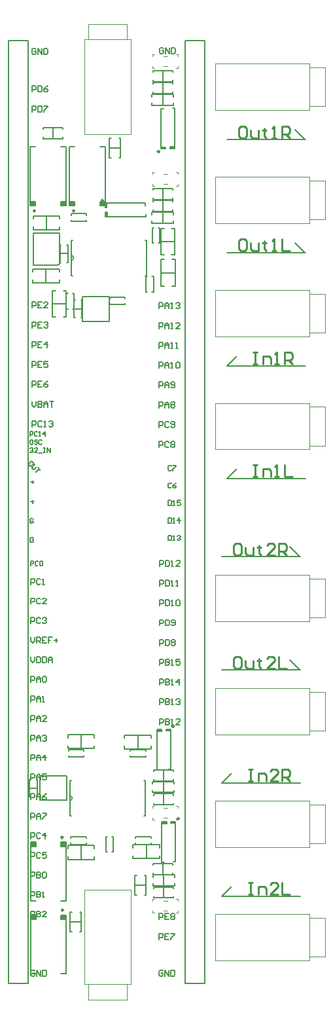
<source format=gto>
G04*
G04 #@! TF.GenerationSoftware,Altium Limited,Altium Designer,21.8.1 (53)*
G04*
G04 Layer_Color=65535*
%FSLAX25Y25*%
%MOIN*%
G70*
G04*
G04 #@! TF.SameCoordinates,F5C5D764-6AA7-4F14-928A-87DEF657E23D*
G04*
G04*
G04 #@! TF.FilePolarity,Positive*
G04*
G01*
G75*
%ADD10C,0.00984*%
%ADD11C,0.00394*%
%ADD12C,0.00600*%
%ADD13C,0.00050*%
%ADD14C,0.00591*%
%ADD15C,0.00200*%
%ADD16C,0.00787*%
%ADD17C,0.01000*%
%ADD18R,0.02362X0.00591*%
%ADD19R,0.02362X0.00591*%
%ADD20R,0.02362X0.00591*%
%ADD21R,0.02657X0.02165*%
%ADD22R,0.00591X0.02362*%
D10*
X390717Y276962D02*
G03*
X390717Y276962I-492J0D01*
G01*
X388117Y323962D02*
G03*
X388117Y323962I-492J0D01*
G01*
X331680Y230510D02*
G03*
X331680Y230510I-492J0D01*
G01*
X352130Y591724D02*
G03*
X352130Y591724I-492J0D01*
G01*
X380768Y616638D02*
G03*
X380768Y616638I-492J0D01*
G01*
X317504Y586480D02*
G03*
X317504Y586480I-492J0D01*
G01*
X331580Y267529D02*
G03*
X331580Y267529I-492J0D01*
G01*
X337504Y586480D02*
G03*
X337504Y586480I-492J0D01*
G01*
D11*
X330318Y558239D02*
G03*
X330318Y558239I-197J0D01*
G01*
D12*
X335700Y561300D02*
G03*
X335700Y563700I0J1200D01*
G01*
X335000Y286200D02*
G03*
X335000Y288600I0J1200D01*
G01*
X412500Y237500D02*
X452500D01*
X412500D02*
X417500Y242500D01*
X412500Y295107D02*
X417500Y300107D01*
X412500Y295107D02*
X452500D01*
X412500Y352715D02*
X452500D01*
X412500Y410322D02*
X452500D01*
X447178Y415322D02*
X452178Y410322D01*
X447178Y357715D02*
X452178Y352715D01*
X449678Y570215D02*
X454678Y565215D01*
X449678Y627822D02*
X454678Y622822D01*
X415000Y622822D02*
X455000D01*
X415000Y565215D02*
X455000D01*
X415000Y507607D02*
X455000D01*
X415000D02*
X420000Y512607D01*
X415000Y450000D02*
X420000Y455000D01*
X415000Y450000D02*
X455000D01*
X335700Y553600D02*
X336400D01*
X335700D02*
Y561300D01*
Y563700D01*
Y571400D01*
X373600D02*
X374300D01*
Y553600D02*
Y571400D01*
X373600Y553600D02*
X374300D01*
X335700Y571400D02*
X336400D01*
X335000Y278500D02*
X335700D01*
X335000D02*
Y286200D01*
Y288600D01*
Y296300D01*
X372900D02*
X373600D01*
Y278500D02*
Y296300D01*
X372900Y278500D02*
X373600D01*
X335000Y296300D02*
X335700D01*
X393814Y673073D02*
X403814D01*
X393814D02*
X393814Y193073D01*
X403814D02*
X403814Y673073D01*
X393814Y193073D02*
X403814D01*
X303814Y673073D02*
X313814D01*
X303814D02*
X303814Y193073D01*
X313814D02*
X313814Y673073D01*
X303814Y193073D02*
X313814D01*
X315100Y405900D02*
Y408199D01*
X316250D01*
X316633Y407816D01*
Y407050D01*
X316250Y406666D01*
X315100D01*
X318932Y407816D02*
X318549Y408199D01*
X317782D01*
X317399Y407816D01*
Y406283D01*
X317782Y405900D01*
X318549D01*
X318932Y406283D01*
X319699Y407816D02*
X320082Y408199D01*
X320848D01*
X321231Y407816D01*
Y406283D01*
X320848Y405900D01*
X320082D01*
X319699Y406283D01*
Y407816D01*
X314700Y471781D02*
Y474081D01*
X315850D01*
X316233Y473698D01*
Y472931D01*
X315850Y472548D01*
X314700D01*
X318532Y473698D02*
X318149Y474081D01*
X317383D01*
X316999Y473698D01*
Y472165D01*
X317383Y471781D01*
X318149D01*
X318532Y472165D01*
X319299Y471781D02*
X320065D01*
X319682D01*
Y474081D01*
X319299Y473698D01*
X322364Y471781D02*
Y474081D01*
X321215Y472931D01*
X322747D01*
X315850Y469882D02*
X315083D01*
X314700Y469498D01*
Y467966D01*
X315083Y467582D01*
X315850D01*
X316233Y467966D01*
Y469498D01*
X315850Y469882D01*
X318532Y469498D02*
X318149Y469882D01*
X317383D01*
X316999Y469498D01*
Y469115D01*
X317383Y468732D01*
X318149D01*
X318532Y468349D01*
Y467966D01*
X318149Y467582D01*
X317383D01*
X316999Y467966D01*
X320831Y469498D02*
X320448Y469882D01*
X319682D01*
X319299Y469498D01*
Y467966D01*
X319682Y467582D01*
X320448D01*
X320831Y467966D01*
X314700Y465299D02*
X315083Y465683D01*
X315850D01*
X316233Y465299D01*
Y464916D01*
X315850Y464533D01*
X315466D01*
X315850D01*
X316233Y464150D01*
Y463766D01*
X315850Y463383D01*
X315083D01*
X314700Y463766D01*
X318532Y463383D02*
X316999D01*
X318532Y464916D01*
Y465299D01*
X318149Y465683D01*
X317383D01*
X316999Y465299D01*
X319299Y463000D02*
X320831D01*
X321598Y465683D02*
X322364D01*
X321981D01*
Y463383D01*
X321598D01*
X322364D01*
X323514D02*
Y465683D01*
X325047Y463383D01*
Y465683D01*
X380500Y225678D02*
Y228677D01*
X381999D01*
X382499Y228177D01*
Y227177D01*
X381999Y226677D01*
X380500D01*
X385498Y228677D02*
X383499D01*
Y225678D01*
X385498D01*
X383499Y227177D02*
X384499D01*
X386498Y228177D02*
X386998Y228677D01*
X387998D01*
X388497Y228177D01*
Y227677D01*
X387998Y227177D01*
X388497Y226677D01*
Y226178D01*
X387998Y225678D01*
X386998D01*
X386498Y226178D01*
Y226677D01*
X386998Y227177D01*
X386498Y227677D01*
Y228177D01*
X386998Y227177D02*
X387998D01*
X380500Y215600D02*
Y218599D01*
X381999D01*
X382499Y218099D01*
Y217099D01*
X381999Y216600D01*
X380500D01*
X385498Y218599D02*
X383499D01*
Y215600D01*
X385498D01*
X383499Y217099D02*
X384499D01*
X386498Y218599D02*
X388497D01*
Y218099D01*
X386498Y216100D01*
Y215600D01*
X316387Y458113D02*
X315845Y458655D01*
X315303D01*
X314219Y457571D01*
Y457029D01*
X314761Y456487D01*
X315303D01*
X316387Y457571D01*
Y458113D01*
X317200Y457300D02*
X315845Y455945D01*
Y455403D01*
X316387Y454861D01*
X316929D01*
X318284Y456216D01*
X318826Y455674D02*
X319910Y454590D01*
X319368Y455132D01*
X317742Y453506D01*
X316333Y429316D02*
X315950Y429699D01*
X315183D01*
X314800Y429316D01*
Y427783D01*
X315183Y427400D01*
X315950D01*
X316333Y427783D01*
Y428550D01*
X315566D01*
X315300Y448466D02*
X316833D01*
X316066Y449233D02*
Y447700D01*
X382599Y199299D02*
X382100Y199799D01*
X381100D01*
X380600Y199299D01*
Y197300D01*
X381100Y196800D01*
X382100D01*
X382599Y197300D01*
Y198300D01*
X381600D01*
X383599Y196800D02*
Y199799D01*
X385598Y196800D01*
Y199799D01*
X386598D02*
Y196800D01*
X388098D01*
X388597Y197300D01*
Y199299D01*
X388098Y199799D01*
X386598D01*
X386766Y456295D02*
X386350Y456711D01*
X385517D01*
X385100Y456295D01*
Y454629D01*
X385517Y454212D01*
X386350D01*
X386766Y454629D01*
X387599Y456711D02*
X389265D01*
Y456295D01*
X387599Y454629D01*
Y454212D01*
X386766Y447417D02*
X386350Y447833D01*
X385517D01*
X385100Y447417D01*
Y445751D01*
X385517Y445334D01*
X386350D01*
X386766Y445751D01*
X389265Y447833D02*
X388432Y447417D01*
X387599Y446584D01*
Y445751D01*
X388016Y445334D01*
X388849D01*
X389265Y445751D01*
Y446167D01*
X388849Y446584D01*
X387599D01*
X385100Y438955D02*
Y436456D01*
X386350D01*
X386766Y436873D01*
Y438539D01*
X386350Y438955D01*
X385100D01*
X387599Y436456D02*
X388432D01*
X388016D01*
Y438955D01*
X387599Y438539D01*
X391348Y438955D02*
X389682D01*
Y437706D01*
X390515Y438122D01*
X390931D01*
X391348Y437706D01*
Y436873D01*
X390931Y436456D01*
X390098D01*
X389682Y436873D01*
X385100Y430077D02*
Y427578D01*
X386350D01*
X386766Y427995D01*
Y429661D01*
X386350Y430077D01*
X385100D01*
X387599Y427578D02*
X388432D01*
X388016D01*
Y430077D01*
X387599Y429661D01*
X390931Y427578D02*
Y430077D01*
X389682Y428828D01*
X391348D01*
X385100Y421199D02*
Y418700D01*
X386350D01*
X386766Y419116D01*
Y420783D01*
X386350Y421199D01*
X385100D01*
X387599Y418700D02*
X388432D01*
X388016D01*
Y421199D01*
X387599Y420783D01*
X389682D02*
X390098Y421199D01*
X390931D01*
X391348Y420783D01*
Y420366D01*
X390931Y419950D01*
X390515D01*
X390931D01*
X391348Y419533D01*
Y419116D01*
X390931Y418700D01*
X390098D01*
X389682Y419116D01*
X315300Y438366D02*
X316833D01*
X316066Y439133D02*
Y437600D01*
X380800Y405521D02*
Y408521D01*
X382299D01*
X382799Y408021D01*
Y407021D01*
X382299Y406521D01*
X380800D01*
X383799Y408521D02*
Y405521D01*
X385298D01*
X385798Y406021D01*
Y408021D01*
X385298Y408521D01*
X383799D01*
X386798Y405521D02*
X387798D01*
X387298D01*
Y408521D01*
X386798Y408021D01*
X391297Y405521D02*
X389297D01*
X391297Y407521D01*
Y408021D01*
X390797Y408521D01*
X389797D01*
X389297Y408021D01*
X380800Y395444D02*
Y398443D01*
X382299D01*
X382799Y397943D01*
Y396943D01*
X382299Y396443D01*
X380800D01*
X383799Y398443D02*
Y395444D01*
X385298D01*
X385798Y395944D01*
Y397943D01*
X385298Y398443D01*
X383799D01*
X386798Y395444D02*
X387798D01*
X387298D01*
Y398443D01*
X386798Y397943D01*
X389297Y395444D02*
X390297D01*
X389797D01*
Y398443D01*
X389297Y397943D01*
X380800Y385366D02*
Y388365D01*
X382299D01*
X382799Y387865D01*
Y386866D01*
X382299Y386366D01*
X380800D01*
X383799Y388365D02*
Y385366D01*
X385298D01*
X385798Y385866D01*
Y387865D01*
X385298Y388365D01*
X383799D01*
X386798Y385366D02*
X387798D01*
X387298D01*
Y388365D01*
X386798Y387865D01*
X389297D02*
X389797Y388365D01*
X390797D01*
X391297Y387865D01*
Y385866D01*
X390797Y385366D01*
X389797D01*
X389297Y385866D01*
Y387865D01*
X380800Y375288D02*
Y378287D01*
X382299D01*
X382799Y377788D01*
Y376788D01*
X382299Y376288D01*
X380800D01*
X383799Y378287D02*
Y375288D01*
X385298D01*
X385798Y375788D01*
Y377788D01*
X385298Y378287D01*
X383799D01*
X386798Y375788D02*
X387298Y375288D01*
X388298D01*
X388797Y375788D01*
Y377788D01*
X388298Y378287D01*
X387298D01*
X386798Y377788D01*
Y377288D01*
X387298Y376788D01*
X388797D01*
X380800Y365211D02*
Y368210D01*
X382299D01*
X382799Y367710D01*
Y366710D01*
X382299Y366210D01*
X380800D01*
X383799Y368210D02*
Y365211D01*
X385298D01*
X385798Y365711D01*
Y367710D01*
X385298Y368210D01*
X383799D01*
X386798Y367710D02*
X387298Y368210D01*
X388298D01*
X388797Y367710D01*
Y367210D01*
X388298Y366710D01*
X388797Y366210D01*
Y365711D01*
X388298Y365211D01*
X387298D01*
X386798Y365711D01*
Y366210D01*
X387298Y366710D01*
X386798Y367210D01*
Y367710D01*
X387298Y366710D02*
X388298D01*
X380800Y355133D02*
Y358132D01*
X382299D01*
X382799Y357632D01*
Y356633D01*
X382299Y356133D01*
X380800D01*
X383799Y358132D02*
Y355133D01*
X385298D01*
X385798Y355633D01*
Y356133D01*
X385298Y356633D01*
X383799D01*
X385298D01*
X385798Y357132D01*
Y357632D01*
X385298Y358132D01*
X383799D01*
X386798Y355133D02*
X387798D01*
X387298D01*
Y358132D01*
X386798Y357632D01*
X391297Y358132D02*
X389297D01*
Y356633D01*
X390297Y357132D01*
X390797D01*
X391297Y356633D01*
Y355633D01*
X390797Y355133D01*
X389797D01*
X389297Y355633D01*
X380800Y345055D02*
Y348054D01*
X382299D01*
X382799Y347555D01*
Y346555D01*
X382299Y346055D01*
X380800D01*
X383799Y348054D02*
Y345055D01*
X385298D01*
X385798Y345555D01*
Y346055D01*
X385298Y346555D01*
X383799D01*
X385298D01*
X385798Y347055D01*
Y347555D01*
X385298Y348054D01*
X383799D01*
X386798Y345055D02*
X387798D01*
X387298D01*
Y348054D01*
X386798Y347555D01*
X390797Y345055D02*
Y348054D01*
X389297Y346555D01*
X391297D01*
X380800Y334978D02*
Y337977D01*
X382299D01*
X382799Y337477D01*
Y336477D01*
X382299Y335977D01*
X380800D01*
X383799Y337977D02*
Y334978D01*
X385298D01*
X385798Y335477D01*
Y335977D01*
X385298Y336477D01*
X383799D01*
X385298D01*
X385798Y336977D01*
Y337477D01*
X385298Y337977D01*
X383799D01*
X386798Y334978D02*
X387798D01*
X387298D01*
Y337977D01*
X386798Y337477D01*
X389297D02*
X389797Y337977D01*
X390797D01*
X391297Y337477D01*
Y336977D01*
X390797Y336477D01*
X390297D01*
X390797D01*
X391297Y335977D01*
Y335477D01*
X390797Y334978D01*
X389797D01*
X389297Y335477D01*
X380800Y324900D02*
Y327899D01*
X382299D01*
X382799Y327399D01*
Y326399D01*
X382299Y325900D01*
X380800D01*
X383799Y327899D02*
Y324900D01*
X385298D01*
X385798Y325400D01*
Y325900D01*
X385298Y326399D01*
X383799D01*
X385298D01*
X385798Y326899D01*
Y327399D01*
X385298Y327899D01*
X383799D01*
X386798Y324900D02*
X387798D01*
X387298D01*
Y327899D01*
X386798Y327399D01*
X391297Y324900D02*
X389297D01*
X391297Y326899D01*
Y327399D01*
X390797Y327899D01*
X389797D01*
X389297Y327399D01*
X317199Y199299D02*
X316700Y199799D01*
X315700D01*
X315200Y199299D01*
Y197300D01*
X315700Y196800D01*
X316700D01*
X317199Y197300D01*
Y198300D01*
X316200D01*
X318199Y196800D02*
Y199799D01*
X320198Y196800D01*
Y199799D01*
X321198D02*
Y196800D01*
X322698D01*
X323197Y197300D01*
Y199299D01*
X322698Y199799D01*
X321198D01*
X315900Y646978D02*
Y649977D01*
X317400D01*
X317899Y649477D01*
Y648477D01*
X317400Y647977D01*
X315900D01*
X318899Y649977D02*
Y646978D01*
X320398D01*
X320898Y647477D01*
Y649477D01*
X320398Y649977D01*
X318899D01*
X323897D02*
X322898Y649477D01*
X321898Y648477D01*
Y647477D01*
X322398Y646978D01*
X323398D01*
X323897Y647477D01*
Y647977D01*
X323398Y648477D01*
X321898D01*
X315900Y636900D02*
Y639899D01*
X317400D01*
X317899Y639399D01*
Y638400D01*
X317400Y637900D01*
X315900D01*
X318899Y639899D02*
Y636900D01*
X320398D01*
X320898Y637400D01*
Y639399D01*
X320398Y639899D01*
X318899D01*
X321898D02*
X323897D01*
Y639399D01*
X321898Y637400D01*
Y636900D01*
X380600Y536644D02*
Y539643D01*
X382100D01*
X382599Y539143D01*
Y538143D01*
X382100Y537643D01*
X380600D01*
X383599Y536644D02*
Y538643D01*
X384599Y539643D01*
X385598Y538643D01*
Y536644D01*
Y538143D01*
X383599D01*
X386598Y536644D02*
X387598D01*
X387098D01*
Y539643D01*
X386598Y539143D01*
X389097D02*
X389597Y539643D01*
X390597D01*
X391097Y539143D01*
Y538643D01*
X390597Y538143D01*
X390097D01*
X390597D01*
X391097Y537643D01*
Y537144D01*
X390597Y536644D01*
X389597D01*
X389097Y537144D01*
X380600Y526566D02*
Y529565D01*
X382100D01*
X382599Y529065D01*
Y528066D01*
X382100Y527566D01*
X380600D01*
X383599Y526566D02*
Y528565D01*
X384599Y529565D01*
X385598Y528565D01*
Y526566D01*
Y528066D01*
X383599D01*
X386598Y526566D02*
X387598D01*
X387098D01*
Y529565D01*
X386598Y529065D01*
X391097Y526566D02*
X389097D01*
X391097Y528565D01*
Y529065D01*
X390597Y529565D01*
X389597D01*
X389097Y529065D01*
X380600Y516488D02*
Y519487D01*
X382100D01*
X382599Y518988D01*
Y517988D01*
X382100Y517488D01*
X380600D01*
X383599Y516488D02*
Y518488D01*
X384599Y519487D01*
X385598Y518488D01*
Y516488D01*
Y517988D01*
X383599D01*
X386598Y516488D02*
X387598D01*
X387098D01*
Y519487D01*
X386598Y518988D01*
X389097Y516488D02*
X390097D01*
X389597D01*
Y519487D01*
X389097Y518988D01*
X380600Y506411D02*
Y509410D01*
X382100D01*
X382599Y508910D01*
Y507910D01*
X382100Y507410D01*
X380600D01*
X383599Y506411D02*
Y508410D01*
X384599Y509410D01*
X385598Y508410D01*
Y506411D01*
Y507910D01*
X383599D01*
X386598Y506411D02*
X387598D01*
X387098D01*
Y509410D01*
X386598Y508910D01*
X389097D02*
X389597Y509410D01*
X390597D01*
X391097Y508910D01*
Y506911D01*
X390597Y506411D01*
X389597D01*
X389097Y506911D01*
Y508910D01*
X380600Y496333D02*
Y499332D01*
X382100D01*
X382599Y498832D01*
Y497833D01*
X382100Y497333D01*
X380600D01*
X383599Y496333D02*
Y498332D01*
X384599Y499332D01*
X385598Y498332D01*
Y496333D01*
Y497833D01*
X383599D01*
X386598Y496833D02*
X387098Y496333D01*
X388098D01*
X388597Y496833D01*
Y498832D01*
X388098Y499332D01*
X387098D01*
X386598Y498832D01*
Y498332D01*
X387098Y497833D01*
X388597D01*
X380600Y486255D02*
Y489254D01*
X382100D01*
X382599Y488755D01*
Y487755D01*
X382100Y487255D01*
X380600D01*
X383599Y486255D02*
Y488255D01*
X384599Y489254D01*
X385598Y488255D01*
Y486255D01*
Y487755D01*
X383599D01*
X386598Y488755D02*
X387098Y489254D01*
X388098D01*
X388597Y488755D01*
Y488255D01*
X388098Y487755D01*
X388597Y487255D01*
Y486755D01*
X388098Y486255D01*
X387098D01*
X386598Y486755D01*
Y487255D01*
X387098Y487755D01*
X386598Y488255D01*
Y488755D01*
X387098Y487755D02*
X388098D01*
X380600Y476178D02*
Y479177D01*
X382100D01*
X382599Y478677D01*
Y477677D01*
X382100Y477177D01*
X380600D01*
X385598Y478677D02*
X385099Y479177D01*
X384099D01*
X383599Y478677D01*
Y476678D01*
X384099Y476178D01*
X385099D01*
X385598Y476678D01*
X386598D02*
X387098Y476178D01*
X388098D01*
X388597Y476678D01*
Y478677D01*
X388098Y479177D01*
X387098D01*
X386598Y478677D01*
Y478177D01*
X387098Y477677D01*
X388597D01*
X380600Y466100D02*
Y469099D01*
X382100D01*
X382599Y468599D01*
Y467599D01*
X382100Y467100D01*
X380600D01*
X385598Y468599D02*
X385099Y469099D01*
X384099D01*
X383599Y468599D01*
Y466600D01*
X384099Y466100D01*
X385099D01*
X385598Y466600D01*
X386598Y468599D02*
X387098Y469099D01*
X388098D01*
X388597Y468599D01*
Y468099D01*
X388098Y467599D01*
X388597Y467100D01*
Y466600D01*
X388098Y466100D01*
X387098D01*
X386598Y466600D01*
Y467100D01*
X387098Y467599D01*
X386598Y468099D01*
Y468599D01*
X387098Y467599D02*
X388098D01*
X315900Y536966D02*
Y539965D01*
X317400D01*
X317899Y539465D01*
Y538466D01*
X317400Y537966D01*
X315900D01*
X320898Y539965D02*
X318899D01*
Y536966D01*
X320898D01*
X318899Y538466D02*
X319899D01*
X323897Y536966D02*
X321898D01*
X323897Y538965D01*
Y539465D01*
X323398Y539965D01*
X322398D01*
X321898Y539465D01*
X315900Y526888D02*
Y529887D01*
X317400D01*
X317899Y529388D01*
Y528388D01*
X317400Y527888D01*
X315900D01*
X320898Y529887D02*
X318899D01*
Y526888D01*
X320898D01*
X318899Y528388D02*
X319899D01*
X321898Y529388D02*
X322398Y529887D01*
X323398D01*
X323897Y529388D01*
Y528888D01*
X323398Y528388D01*
X322898D01*
X323398D01*
X323897Y527888D01*
Y527388D01*
X323398Y526888D01*
X322398D01*
X321898Y527388D01*
X315900Y516811D02*
Y519810D01*
X317400D01*
X317899Y519310D01*
Y518310D01*
X317400Y517810D01*
X315900D01*
X320898Y519810D02*
X318899D01*
Y516811D01*
X320898D01*
X318899Y518310D02*
X319899D01*
X323398Y516811D02*
Y519810D01*
X321898Y518310D01*
X323897D01*
X315900Y506733D02*
Y509732D01*
X317400D01*
X317899Y509232D01*
Y508233D01*
X317400Y507733D01*
X315900D01*
X320898Y509732D02*
X318899D01*
Y506733D01*
X320898D01*
X318899Y508233D02*
X319899D01*
X323897Y509732D02*
X321898D01*
Y508233D01*
X322898Y508732D01*
X323398D01*
X323897Y508233D01*
Y507233D01*
X323398Y506733D01*
X322398D01*
X321898Y507233D01*
X315900Y496655D02*
Y499654D01*
X317400D01*
X317899Y499155D01*
Y498155D01*
X317400Y497655D01*
X315900D01*
X320898Y499654D02*
X318899D01*
Y496655D01*
X320898D01*
X318899Y498155D02*
X319899D01*
X323897Y499654D02*
X322898Y499155D01*
X321898Y498155D01*
Y497155D01*
X322398Y496655D01*
X323398D01*
X323897Y497155D01*
Y497655D01*
X323398Y498155D01*
X321898D01*
X315900Y489577D02*
Y487577D01*
X316900Y486578D01*
X317899Y487577D01*
Y489577D01*
X318899D02*
Y486578D01*
X320398D01*
X320898Y487078D01*
Y487577D01*
X320398Y488077D01*
X318899D01*
X320398D01*
X320898Y488577D01*
Y489077D01*
X320398Y489577D01*
X318899D01*
X321898Y486578D02*
Y488577D01*
X322898Y489577D01*
X323897Y488577D01*
Y486578D01*
Y488077D01*
X321898D01*
X324897Y489577D02*
X326896D01*
X325897D01*
Y486578D01*
X315900Y476500D02*
Y479499D01*
X317400D01*
X317899Y478999D01*
Y477999D01*
X317400Y477500D01*
X315900D01*
X320898Y478999D02*
X320398Y479499D01*
X319399D01*
X318899Y478999D01*
Y477000D01*
X319399Y476500D01*
X320398D01*
X320898Y477000D01*
X321898Y476500D02*
X322898D01*
X322398D01*
Y479499D01*
X321898Y478999D01*
X324397D02*
X324897Y479499D01*
X325897D01*
X326397Y478999D01*
Y478499D01*
X325897Y477999D01*
X325397D01*
X325897D01*
X326397Y477500D01*
Y477000D01*
X325897Y476500D01*
X324897D01*
X324397Y477000D01*
X316433Y419816D02*
X316050Y420199D01*
X315283D01*
X314900Y419816D01*
Y418283D01*
X315283Y417900D01*
X316050D01*
X316433Y418283D01*
Y419050D01*
X315666D01*
X315200Y396281D02*
Y399230D01*
X316674D01*
X317166Y398739D01*
Y397756D01*
X316674Y397264D01*
X315200D01*
X320115Y398739D02*
X319624Y399230D01*
X318641D01*
X318149Y398739D01*
Y396773D01*
X318641Y396281D01*
X319624D01*
X320115Y396773D01*
X321098Y396281D02*
X322081D01*
X321590D01*
Y399230D01*
X321098Y398739D01*
X315200Y386323D02*
Y389273D01*
X316674D01*
X317166Y388781D01*
Y387798D01*
X316674Y387306D01*
X315200D01*
X320115Y388781D02*
X319624Y389273D01*
X318641D01*
X318149Y388781D01*
Y386815D01*
X318641Y386323D01*
X319624D01*
X320115Y386815D01*
X323064Y386323D02*
X321098D01*
X323064Y388290D01*
Y388781D01*
X322573Y389273D01*
X321590D01*
X321098Y388781D01*
X315200Y376366D02*
Y379315D01*
X316674D01*
X317166Y378823D01*
Y377840D01*
X316674Y377349D01*
X315200D01*
X320115Y378823D02*
X319624Y379315D01*
X318641D01*
X318149Y378823D01*
Y376857D01*
X318641Y376366D01*
X319624D01*
X320115Y376857D01*
X321098Y378823D02*
X321590Y379315D01*
X322573D01*
X323064Y378823D01*
Y378332D01*
X322573Y377840D01*
X322081D01*
X322573D01*
X323064Y377349D01*
Y376857D01*
X322573Y376366D01*
X321590D01*
X321098Y376857D01*
X315200Y369357D02*
Y367391D01*
X316183Y366408D01*
X317166Y367391D01*
Y369357D01*
X318149Y366408D02*
Y369357D01*
X319624D01*
X320115Y368866D01*
Y367883D01*
X319624Y367391D01*
X318149D01*
X319132D02*
X320115Y366408D01*
X323064Y369357D02*
X321098D01*
Y366408D01*
X323064D01*
X321098Y367883D02*
X322081D01*
X326013Y369357D02*
X324047D01*
Y367883D01*
X325030D01*
X324047D01*
Y366408D01*
X326996Y367883D02*
X328962D01*
X327979Y368866D02*
Y366900D01*
X315200Y359399D02*
Y357433D01*
X316183Y356450D01*
X317166Y357433D01*
Y359399D01*
X318149D02*
Y356450D01*
X319624D01*
X320115Y356942D01*
Y358908D01*
X319624Y359399D01*
X318149D01*
X321098D02*
Y356450D01*
X322573D01*
X323064Y356942D01*
Y358908D01*
X322573Y359399D01*
X321098D01*
X324047Y356450D02*
Y358416D01*
X325030Y359399D01*
X326013Y358416D01*
Y356450D01*
Y357925D01*
X324047D01*
X315200Y346493D02*
Y349442D01*
X316674D01*
X317166Y348950D01*
Y347967D01*
X316674Y347476D01*
X315200D01*
X318149Y346493D02*
Y348459D01*
X319132Y349442D01*
X320115Y348459D01*
Y346493D01*
Y347967D01*
X318149D01*
X321098Y348950D02*
X321590Y349442D01*
X322573D01*
X323064Y348950D01*
Y346984D01*
X322573Y346493D01*
X321590D01*
X321098Y346984D01*
Y348950D01*
X315200Y336535D02*
Y339484D01*
X316674D01*
X317166Y338993D01*
Y338009D01*
X316674Y337518D01*
X315200D01*
X318149Y336535D02*
Y338501D01*
X319132Y339484D01*
X320115Y338501D01*
Y336535D01*
Y338009D01*
X318149D01*
X321098Y336535D02*
X322081D01*
X321590D01*
Y339484D01*
X321098Y338993D01*
X315200Y326577D02*
Y329526D01*
X316674D01*
X317166Y329035D01*
Y328052D01*
X316674Y327560D01*
X315200D01*
X318149Y326577D02*
Y328543D01*
X319132Y329526D01*
X320115Y328543D01*
Y326577D01*
Y328052D01*
X318149D01*
X323064Y326577D02*
X321098D01*
X323064Y328543D01*
Y329035D01*
X322573Y329526D01*
X321590D01*
X321098Y329035D01*
X315200Y316619D02*
Y319568D01*
X316674D01*
X317166Y319077D01*
Y318094D01*
X316674Y317602D01*
X315200D01*
X318149Y316619D02*
Y318585D01*
X319132Y319568D01*
X320115Y318585D01*
Y316619D01*
Y318094D01*
X318149D01*
X321098Y319077D02*
X321590Y319568D01*
X322573D01*
X323064Y319077D01*
Y318585D01*
X322573Y318094D01*
X322081D01*
X322573D01*
X323064Y317602D01*
Y317111D01*
X322573Y316619D01*
X321590D01*
X321098Y317111D01*
X315200Y306662D02*
Y309611D01*
X316674D01*
X317166Y309119D01*
Y308136D01*
X316674Y307645D01*
X315200D01*
X318149Y306662D02*
Y308628D01*
X319132Y309611D01*
X320115Y308628D01*
Y306662D01*
Y308136D01*
X318149D01*
X322573Y306662D02*
Y309611D01*
X321098Y308136D01*
X323064D01*
X315200Y296704D02*
Y299653D01*
X316674D01*
X317166Y299162D01*
Y298179D01*
X316674Y297687D01*
X315200D01*
X318149Y296704D02*
Y298670D01*
X319132Y299653D01*
X320115Y298670D01*
Y296704D01*
Y298179D01*
X318149D01*
X323064Y299653D02*
X321098D01*
Y298179D01*
X322081Y298670D01*
X322573D01*
X323064Y298179D01*
Y297196D01*
X322573Y296704D01*
X321590D01*
X321098Y297196D01*
X315200Y286746D02*
Y289695D01*
X316674D01*
X317166Y289204D01*
Y288221D01*
X316674Y287729D01*
X315200D01*
X318149Y286746D02*
Y288712D01*
X319132Y289695D01*
X320115Y288712D01*
Y286746D01*
Y288221D01*
X318149D01*
X323064Y289695D02*
X322081Y289204D01*
X321098Y288221D01*
Y287238D01*
X321590Y286746D01*
X322573D01*
X323064Y287238D01*
Y287729D01*
X322573Y288221D01*
X321098D01*
X315200Y276789D02*
Y279738D01*
X316674D01*
X317166Y279246D01*
Y278263D01*
X316674Y277772D01*
X315200D01*
X318149Y276789D02*
Y278755D01*
X319132Y279738D01*
X320115Y278755D01*
Y276789D01*
Y278263D01*
X318149D01*
X321098Y279738D02*
X323064D01*
Y279246D01*
X321098Y277280D01*
Y276789D01*
X315200Y266831D02*
Y269780D01*
X316674D01*
X317166Y269288D01*
Y268305D01*
X316674Y267814D01*
X315200D01*
X320115Y269288D02*
X319624Y269780D01*
X318641D01*
X318149Y269288D01*
Y267322D01*
X318641Y266831D01*
X319624D01*
X320115Y267322D01*
X322573Y266831D02*
Y269780D01*
X321098Y268305D01*
X323064D01*
X315200Y256873D02*
Y259822D01*
X316674D01*
X317166Y259331D01*
Y258348D01*
X316674Y257856D01*
X315200D01*
X320115Y259331D02*
X319624Y259822D01*
X318641D01*
X318149Y259331D01*
Y257365D01*
X318641Y256873D01*
X319624D01*
X320115Y257365D01*
X323064Y259822D02*
X321098D01*
Y258348D01*
X322081Y258839D01*
X322573D01*
X323064Y258348D01*
Y257365D01*
X322573Y256873D01*
X321590D01*
X321098Y257365D01*
X315200Y246915D02*
Y249865D01*
X316674D01*
X317166Y249373D01*
Y248390D01*
X316674Y247899D01*
X315200D01*
X318149Y249865D02*
Y246915D01*
X319624D01*
X320115Y247407D01*
Y247899D01*
X319624Y248390D01*
X318149D01*
X319624D01*
X320115Y248882D01*
Y249373D01*
X319624Y249865D01*
X318149D01*
X321098Y249373D02*
X321590Y249865D01*
X322573D01*
X323064Y249373D01*
Y247407D01*
X322573Y246915D01*
X321590D01*
X321098Y247407D01*
Y249373D01*
X315200Y236958D02*
Y239907D01*
X316674D01*
X317166Y239415D01*
Y238432D01*
X316674Y237941D01*
X315200D01*
X318149Y239907D02*
Y236958D01*
X319624D01*
X320115Y237449D01*
Y237941D01*
X319624Y238432D01*
X318149D01*
X319624D01*
X320115Y238924D01*
Y239415D01*
X319624Y239907D01*
X318149D01*
X321098Y236958D02*
X322081D01*
X321590D01*
Y239907D01*
X321098Y239415D01*
X315200Y227000D02*
Y229949D01*
X316674D01*
X317166Y229457D01*
Y228474D01*
X316674Y227983D01*
X315200D01*
X318149Y229949D02*
Y227000D01*
X319624D01*
X320115Y227491D01*
Y227983D01*
X319624Y228474D01*
X318149D01*
X319624D01*
X320115Y228966D01*
Y229457D01*
X319624Y229949D01*
X318149D01*
X323064Y227000D02*
X321098D01*
X323064Y228966D01*
Y229457D01*
X322573Y229949D01*
X321590D01*
X321098Y229457D01*
X317799Y668699D02*
X317300Y669199D01*
X316300D01*
X315800Y668699D01*
Y666700D01*
X316300Y666200D01*
X317300D01*
X317799Y666700D01*
Y667699D01*
X316800D01*
X318799Y666200D02*
Y669199D01*
X320798Y666200D01*
Y669199D01*
X321798D02*
Y666200D01*
X323298D01*
X323797Y666700D01*
Y668699D01*
X323298Y669199D01*
X321798D01*
X382799Y668999D02*
X382299Y669499D01*
X381300D01*
X380800Y668999D01*
Y667000D01*
X381300Y666500D01*
X382299D01*
X382799Y667000D01*
Y668000D01*
X381800D01*
X383799Y666500D02*
Y669499D01*
X385798Y666500D01*
Y669499D01*
X386798D02*
Y666500D01*
X388298D01*
X388797Y667000D01*
Y668999D01*
X388298Y669499D01*
X386798D01*
D13*
X409118Y228353D02*
X457150D01*
X465024Y206699D02*
Y226384D01*
X457150Y204731D02*
Y228353D01*
Y206699D02*
X465024D01*
X457150Y226384D02*
X465024D01*
X409118Y204731D02*
X457150D01*
X409118D02*
Y228353D01*
X342489Y240804D02*
X366111D01*
X342489Y192772D02*
Y240804D01*
X364142Y192772D02*
X364142Y184898D01*
X344458Y184898D02*
Y192772D01*
X342489D02*
X366111D01*
X344458Y184898D02*
X364142Y184898D01*
X366111Y192772D02*
Y240804D01*
X342489Y625596D02*
X366111Y625596D01*
Y673628D01*
X344458Y673628D02*
Y681502D01*
X364142Y673628D02*
Y681502D01*
X342489Y673628D02*
X366111Y673628D01*
X344458Y681502D02*
X364142D01*
X342489Y625596D02*
Y673628D01*
X409118Y580182D02*
Y603804D01*
Y580182D02*
X457150D01*
Y601835D02*
X465024D01*
X457150Y582150D02*
X465024D01*
X457150Y580182D02*
Y603804D01*
X465024Y582150D02*
Y601835D01*
X409118Y603804D02*
X457150D01*
X409118Y637789D02*
Y661411D01*
Y637789D02*
X457150D01*
Y659443D02*
X465024D01*
X457150Y639757D02*
X465024D01*
X457150Y637789D02*
Y661411D01*
X465024Y639757D02*
Y659443D01*
X409118Y661411D02*
X457150D01*
X409118Y464967D02*
Y488589D01*
Y464967D02*
X457150D01*
Y486621D02*
X465024D01*
X457150Y466935D02*
X465024Y466935D01*
X457150Y464967D02*
Y488589D01*
X465024Y466935D02*
Y486621D01*
X409118Y488589D02*
X457150D01*
X409118Y319945D02*
Y343567D01*
Y319945D02*
X457150D01*
X457150Y341599D02*
X465024D01*
X457150Y321914D02*
X465024Y321914D01*
X457150Y343567D02*
X457150Y319945D01*
X465024Y321914D02*
Y341599D01*
X409118Y343567D02*
X457150Y343567D01*
X409118Y522574D02*
Y546196D01*
Y522574D02*
X457150D01*
Y544228D02*
X465024D01*
X457150Y524543D02*
X465024D01*
X457150Y522574D02*
Y546196D01*
X465024Y524543D02*
Y544228D01*
X409118Y546196D02*
X457150D01*
X409118Y262338D02*
Y285960D01*
Y262338D02*
X457150Y262338D01*
Y283992D02*
X465024D01*
X457150Y264307D02*
X465024D01*
X457150Y262338D02*
Y285960D01*
X465024Y264307D02*
Y283992D01*
X409118Y285960D02*
X457150D01*
X409118Y377553D02*
X409118Y401175D01*
X409118Y377553D02*
X457150D01*
Y399206D02*
X465024D01*
X457150Y379521D02*
X465024D01*
X457150Y377553D02*
Y401175D01*
X465024Y399206D02*
X465024Y379521D01*
X409118Y401175D02*
X457150D01*
D14*
X382859Y284144D02*
Y289656D01*
X377859Y288900D02*
Y289656D01*
X387859D01*
Y288900D02*
Y289656D01*
Y284144D02*
Y284900D01*
X377859Y284144D02*
X387859D01*
X377859D02*
Y284900D01*
X377131Y290344D02*
Y291525D01*
Y290344D02*
X388154D01*
Y291525D01*
Y294675D02*
Y295856D01*
X377131D02*
X388154D01*
X377131Y294675D02*
Y295856D01*
X382643Y290344D02*
Y295856D01*
X382641Y296244D02*
Y301756D01*
X377641Y301000D02*
Y301756D01*
X387641D01*
Y301000D02*
Y301756D01*
Y296244D02*
Y297000D01*
X377641Y296244D02*
X387641D01*
X377641D02*
Y297000D01*
X356481Y259963D02*
X357269D01*
Y267837D01*
X356481D02*
X357269D01*
X353331D02*
X354119D01*
X353331Y259963D02*
Y267837D01*
Y259963D02*
X354119D01*
X340850Y256257D02*
X340850Y263343D01*
X334157Y256257D02*
Y257832D01*
Y256257D02*
X347543D01*
Y257832D01*
Y261769D02*
Y263343D01*
X334157Y263343D02*
X347543Y263343D01*
X334157Y261769D02*
Y263343D01*
X343369Y267081D02*
X343369Y267868D01*
X335495Y267868D02*
X343369Y267868D01*
X335495Y267868D02*
X335495Y267081D01*
X335495Y263931D02*
X335495Y264719D01*
X335495Y263931D02*
X343369D01*
X343369Y264719D02*
X343369Y263931D01*
X382544Y248544D02*
Y254056D01*
X377544Y253300D02*
Y254056D01*
X387544D01*
Y253300D02*
Y254056D01*
Y248544D02*
Y249300D01*
X377544Y248544D02*
X387544D01*
X377544D02*
Y249300D01*
X363269Y541781D02*
Y542568D01*
X355395D02*
X363269D01*
X355395D02*
X355395Y541781D01*
X355395Y538631D02*
X355395Y539419D01*
X355395Y538631D02*
X363269D01*
Y539419D01*
X337300Y541000D02*
X337800Y541000D01*
X337300Y532000D02*
Y541000D01*
Y532000D02*
X337800Y532000D01*
X340800D02*
X341300Y532000D01*
Y541000D01*
X340800Y541000D02*
X341300Y541000D01*
X337300Y536500D02*
X341300D01*
X376881Y545231D02*
X377668Y545231D01*
Y553105D01*
X376881D02*
X377668D01*
X373731D02*
X374519D01*
X373731Y545231D02*
Y553105D01*
Y545231D02*
X374519Y545231D01*
X333600Y560200D02*
X334100D01*
Y569200D01*
X333600D02*
X334100D01*
X330100D02*
X330600D01*
X330100Y560200D02*
Y569200D01*
Y560200D02*
X330600D01*
X330100Y564700D02*
X334100D01*
X323050Y576857D02*
Y583943D01*
X329743Y582369D02*
Y583943D01*
X316357D02*
X329743D01*
X316357Y582369D02*
Y583943D01*
Y576857D02*
Y578432D01*
Y576857D02*
X329743D01*
Y578432D01*
X322950Y549857D02*
X322950Y556943D01*
X316258Y549857D02*
Y551432D01*
Y549857D02*
X329643D01*
Y551432D01*
Y555369D02*
Y556943D01*
X316258D02*
X329643D01*
X316258Y555369D02*
Y556943D01*
X381557Y554950D02*
X388643D01*
X387069Y548257D02*
X388643D01*
Y561643D01*
X387069Y561643D02*
X388643Y561643D01*
X381557D02*
X383132Y561643D01*
X381557Y548257D02*
Y561643D01*
Y548257D02*
X383132D01*
X373985Y256657D02*
Y263743D01*
X367292Y256657D02*
Y258231D01*
Y256657D02*
X380678D01*
X380678Y258231D01*
X380678Y263743D02*
X380678Y262169D01*
X367292Y263743D02*
X380678D01*
X367292Y262169D02*
Y263743D01*
X376505Y267081D02*
X376505Y267868D01*
X368631D02*
X376505D01*
X368631Y267081D02*
Y267868D01*
Y263931D02*
Y264719D01*
Y263931D02*
X376505D01*
X376505Y264719D02*
X376505Y263931D01*
X336381Y536531D02*
X337169Y536531D01*
X337169Y544405D01*
X336381D02*
X337169D01*
X333231D02*
X334019D01*
X333231Y536531D02*
Y544405D01*
Y536531D02*
X334019Y536531D01*
X326157Y539050D02*
X333243Y539050D01*
X326157Y545743D02*
X327731D01*
X326157Y532358D02*
Y545743D01*
Y532358D02*
X327731Y532358D01*
X331668Y532358D02*
X333243Y532358D01*
Y545743D01*
X331668Y545743D02*
X333243Y545743D01*
X343537Y584281D02*
X343537Y585069D01*
X335663D02*
X343537D01*
X335663Y584281D02*
Y585069D01*
Y581132D02*
Y581919D01*
Y581132D02*
X343537D01*
X343537Y581919D02*
X343537Y581132D01*
X342305Y311481D02*
Y312268D01*
X334431D02*
X342305D01*
X334431Y311481D02*
Y312268D01*
Y308331D02*
Y309119D01*
Y308331D02*
X342305D01*
Y309119D01*
X382559Y592244D02*
Y597756D01*
X377559Y597000D02*
Y597756D01*
X387559D01*
Y597000D02*
Y597756D01*
Y592244D02*
Y593000D01*
X377559Y592244D02*
X387559Y592244D01*
X377559Y592244D02*
Y593000D01*
X382759Y236644D02*
Y242156D01*
X377759Y241400D02*
Y242156D01*
X387759D01*
Y241400D02*
Y242156D01*
Y236644D02*
Y237400D01*
X377759Y236644D02*
X387759D01*
X377759D02*
Y237400D01*
X376831Y580244D02*
Y581425D01*
Y580244D02*
X387854D01*
Y581425D01*
X387854Y584575D02*
Y585756D01*
X376831Y585756D02*
X387854Y585756D01*
X376831Y585756D02*
X376831Y584575D01*
X382343Y580244D02*
Y585756D01*
X382441Y586244D02*
Y591756D01*
X377441Y591000D02*
Y591756D01*
X387441D01*
Y591000D02*
Y591756D01*
Y586244D02*
Y587000D01*
X377441Y586244D02*
X387441D01*
X377441Y587000D02*
X377441Y586244D01*
X377328Y242944D02*
Y244125D01*
Y242944D02*
X388351D01*
Y244125D01*
Y247275D02*
Y248456D01*
X377328D02*
X388351D01*
X377328Y247275D02*
Y248456D01*
X382839Y242944D02*
Y248456D01*
X382559Y652244D02*
Y657756D01*
X377559Y657000D02*
Y657756D01*
X387559D01*
Y657000D02*
Y657756D01*
Y652244D02*
Y653000D01*
X377559Y652244D02*
X387559D01*
X377559D02*
Y653000D01*
X376831Y640244D02*
Y641425D01*
Y640244D02*
X387854D01*
Y641425D01*
Y644575D02*
Y645756D01*
X376831D02*
X387854D01*
X376831Y644575D02*
Y645756D01*
X382343Y640244D02*
Y645756D01*
X382559Y646244D02*
Y651756D01*
X377559Y651000D02*
Y651756D01*
X387559D01*
Y651000D02*
Y651756D01*
Y646244D02*
Y647000D01*
X377559Y646244D02*
X387559D01*
X377559D02*
Y647000D01*
X326559Y623244D02*
Y628756D01*
X321559Y628000D02*
Y628756D01*
X331559D01*
Y628000D02*
Y628756D01*
Y623244D02*
Y624000D01*
X321559Y623244D02*
X331559D01*
X321559D02*
Y624000D01*
X368244Y243241D02*
X373756D01*
X368244Y238241D02*
X369000D01*
X368244D02*
Y248241D01*
X369000D01*
X373000D02*
X373756D01*
Y238241D02*
Y248241D01*
X373000Y238241D02*
X373756D01*
X355244Y618559D02*
X360756D01*
X355244Y613559D02*
X356000D01*
X355244D02*
Y623559D01*
X356000D01*
X360000D02*
X360756D01*
Y613559D02*
Y623559D01*
X360000Y613559D02*
X360756D01*
X335244Y224400D02*
X340756D01*
X335244Y219400D02*
X336000D01*
X335244D02*
Y229400D01*
X336000D01*
X340000D02*
X340756D01*
Y219400D02*
Y229400D01*
X340000Y219400D02*
X340756D01*
X318100Y288100D02*
X318600D01*
Y297100D01*
X318100D02*
X318600D01*
X314600D02*
X315100D01*
X314600Y288100D02*
Y297100D01*
Y288100D02*
X315100D01*
X314600Y292600D02*
X318600D01*
X381457Y570850D02*
X388543D01*
X386968Y564157D02*
X388543D01*
Y577543D01*
X386968D02*
X388543D01*
X381457D02*
X383032D01*
X381457Y564157D02*
Y577543D01*
Y564157D02*
X383032D01*
X377031Y577937D02*
X377819Y577937D01*
X377031Y570063D02*
Y577937D01*
Y570063D02*
X377819D01*
X380181D02*
X380968D01*
Y577937D01*
X380181Y577937D02*
X380968Y577937D01*
X369650Y312457D02*
Y319543D01*
X376343Y317969D02*
Y319543D01*
X362957D02*
X376343D01*
X362957Y317969D02*
Y319543D01*
Y312457D02*
Y314032D01*
Y312457D02*
X376343D01*
Y314032D01*
X365931Y308331D02*
X365931Y309119D01*
X365931Y308331D02*
X373805D01*
Y309119D01*
Y311481D02*
Y312268D01*
X365931D02*
X373805D01*
X365931D02*
X365931Y311481D01*
X340850Y312657D02*
Y319743D01*
X334157Y312657D02*
Y314231D01*
Y312657D02*
X347543D01*
Y314231D01*
Y318168D02*
Y319743D01*
X334157D02*
X347543D01*
X334157Y318168D02*
Y319743D01*
D15*
X382800Y282300D02*
X384800D01*
X382800Y277300D02*
X384800D01*
X377300Y276300D02*
X378300Y276300D01*
X377300Y276300D02*
Y277300D01*
Y282300D02*
Y283300D01*
X378300Y283300D01*
X389300Y283300D02*
X390300Y283300D01*
Y282300D02*
Y283300D01*
X389300Y276300D02*
X390300Y276300D01*
Y277300D01*
X382800Y235000D02*
X384800D01*
X382800Y230000D02*
X384800D01*
X377300Y229000D02*
X378300Y229000D01*
X377300Y230000D02*
X377300Y229000D01*
Y235000D02*
Y236000D01*
X378300Y236000D01*
X389300Y236000D02*
X390300Y236000D01*
X390300Y235000D01*
X389300Y229000D02*
X390300D01*
X390300Y230000D02*
X390300Y229000D01*
X382800Y605000D02*
X384800D01*
X382800Y600000D02*
X384800D01*
X377300Y599000D02*
X378300Y599000D01*
X377300Y599000D02*
Y600000D01*
Y605000D02*
Y606000D01*
X378300D01*
X389300D02*
X390300D01*
X390300Y605000D02*
X390300Y606000D01*
X389300Y599000D02*
X390300Y599000D01*
Y600000D01*
X382800Y665000D02*
X384800D01*
X382800Y660000D02*
X384800D01*
X377300Y659000D02*
X378300Y659000D01*
X377300Y660000D02*
X377300Y659000D01*
X377300Y666000D02*
X377300Y665000D01*
X377300Y666000D02*
X378300D01*
X389300Y666000D02*
X390300D01*
Y665000D02*
Y666000D01*
X389300Y659000D02*
X390300D01*
Y660000D01*
D16*
X386576Y274666D02*
X388938D01*
X386576D02*
Y275453D01*
X387757Y254981D02*
X388938Y254980D01*
X386576Y275453D02*
X388938D01*
Y254980D02*
Y275453D01*
X381957Y274600D02*
X384319D01*
Y275387D01*
X381957Y254915D02*
X383138D01*
X381957Y275387D02*
X384319D01*
X381957Y254915D02*
Y275387D01*
X383976Y321666D02*
X386338D01*
X383976D02*
Y322453D01*
X385157Y301981D02*
X386338Y301980D01*
X383976Y322453D02*
X386338D01*
Y301980D02*
Y322453D01*
X379357Y321600D02*
X381719D01*
X381719Y322387D01*
X379357Y301915D02*
X380538D01*
X379357Y322387D02*
X381719D01*
X379357Y301915D02*
Y322387D01*
X333255Y198030D02*
Y227951D01*
X315145Y198030D02*
Y227951D01*
X330598D02*
X333255D01*
X330598Y198030D02*
X333255D01*
X315145Y227951D02*
X317802D01*
X315145Y198030D02*
X317802D01*
X317802Y225786D02*
X317802Y227951D01*
X315145Y225786D02*
X317802D01*
X330598D02*
X333255D01*
X330598Y227951D02*
X330598Y225786D01*
X329727Y562570D02*
Y575168D01*
X316341D02*
X329727D01*
X316341Y558633D02*
Y575168D01*
Y558633D02*
X328940D01*
X329727Y559420D01*
Y562570D01*
X353934Y588075D02*
Y590438D01*
X353147Y588075D02*
X353934D01*
X373619Y589257D02*
Y590438D01*
X353147Y588075D02*
Y590438D01*
X373619D01*
X354000Y585819D02*
X354000Y583457D01*
X353213Y585819D02*
X354000Y585819D01*
X373685Y583457D02*
Y584638D01*
X353213Y583457D02*
Y585819D01*
Y583457D02*
X373685D01*
X381562Y618934D02*
X383925D01*
Y618147D02*
Y618934D01*
X381562Y638619D02*
X382743D01*
X381562Y618147D02*
X383925D01*
X381562D02*
Y638619D01*
X386181Y619000D02*
X388543D01*
X386181Y618213D02*
Y619000D01*
X387362Y638685D02*
X388543D01*
X386181Y618213D02*
X388543D01*
Y638685D01*
X314945Y589039D02*
Y618961D01*
X333055Y589039D02*
Y618961D01*
X314945Y589039D02*
X317602D01*
X314945Y618961D02*
X317602D01*
X330398Y589039D02*
X333055D01*
X330398Y618961D02*
X333055D01*
X330398Y589039D02*
Y591205D01*
X333055D01*
X314945D02*
X317602D01*
Y589039D02*
Y591205D01*
X333155Y235049D02*
Y264970D01*
X315045Y235049D02*
Y264970D01*
X330498D02*
X333155Y264970D01*
X330498Y235049D02*
X333155D01*
X315045Y264970D02*
X317702Y264970D01*
X315045Y235049D02*
X317702D01*
X317702Y264970D02*
X317702Y262805D01*
X315045D02*
X317702D01*
X330498Y262805D02*
X333155Y262805D01*
X330498Y264970D02*
X330498Y262805D01*
X334945Y589039D02*
Y618961D01*
X353055Y589039D02*
Y618961D01*
X334945Y589039D02*
X337602Y589039D01*
X334945Y618961D02*
X337602Y618961D01*
X350398Y589039D02*
X353055D01*
X350398Y618961D02*
X353055D01*
X350398Y589039D02*
Y591205D01*
X353055Y591205D01*
X334945D02*
X337602D01*
Y589039D02*
Y591205D01*
X341409Y542799D02*
X354991D01*
Y530201D02*
Y542799D01*
X341409Y530201D02*
X354991D01*
X341409D02*
Y542799D01*
X319909Y286301D02*
X333491D01*
X319909D02*
Y298899D01*
X333491D01*
Y286301D02*
Y298899D01*
D17*
X426000Y244498D02*
X427999D01*
X427000D01*
Y238500D01*
X426000D01*
X427999D01*
X430998D02*
Y242499D01*
X433997D01*
X434997Y241499D01*
Y238500D01*
X440995D02*
X436996D01*
X440995Y242499D01*
Y243498D01*
X439995Y244498D01*
X437996D01*
X436996Y243498D01*
X442994Y244498D02*
Y238500D01*
X446993D01*
X426000Y302105D02*
X427999D01*
X427000D01*
Y296107D01*
X426000D01*
X427999D01*
X430998D02*
Y300106D01*
X433997D01*
X434997Y299106D01*
Y296107D01*
X440995D02*
X436997D01*
X440995Y300106D01*
Y301106D01*
X439995Y302105D01*
X437996D01*
X436997Y301106D01*
X442994Y296107D02*
Y302105D01*
X445994D01*
X446993Y301106D01*
Y299106D01*
X445994Y298107D01*
X442994D01*
X444994D02*
X446993Y296107D01*
X421499Y359498D02*
X419500D01*
X418500Y358498D01*
Y354500D01*
X419500Y353500D01*
X421499D01*
X422499Y354500D01*
Y358498D01*
X421499Y359498D01*
X424498Y357499D02*
Y354500D01*
X425498Y353500D01*
X428497D01*
Y357499D01*
X431496Y358498D02*
Y357499D01*
X430496D01*
X432495D01*
X431496D01*
Y354500D01*
X432495Y353500D01*
X439493D02*
X435495D01*
X439493Y357499D01*
Y358498D01*
X438493Y359498D01*
X436494D01*
X435495Y358498D01*
X441493Y359498D02*
Y353500D01*
X445491D01*
X421499Y416998D02*
X419500D01*
X418500Y415998D01*
Y412000D01*
X419500Y411000D01*
X421499D01*
X422499Y412000D01*
Y415998D01*
X421499Y416998D01*
X424498Y414999D02*
Y412000D01*
X425498Y411000D01*
X428497D01*
Y414999D01*
X431496Y415998D02*
Y414999D01*
X430496D01*
X432495D01*
X431496D01*
Y412000D01*
X432495Y411000D01*
X439493D02*
X435495D01*
X439493Y414999D01*
Y415998D01*
X438493Y416998D01*
X436494D01*
X435495Y415998D01*
X441493Y411000D02*
Y416998D01*
X444492D01*
X445491Y415998D01*
Y413999D01*
X444492Y412999D01*
X441493D01*
X443492D02*
X445491Y411000D01*
X423999Y629498D02*
X422000D01*
X421000Y628498D01*
Y624500D01*
X422000Y623500D01*
X423999D01*
X424999Y624500D01*
Y628498D01*
X423999Y629498D01*
X426998Y627499D02*
Y624500D01*
X427998Y623500D01*
X430997D01*
Y627499D01*
X433996Y628498D02*
Y627499D01*
X432996D01*
X434996D01*
X433996D01*
Y624500D01*
X434996Y623500D01*
X437994D02*
X439994D01*
X438994D01*
Y629498D01*
X437994Y628498D01*
X442993Y623500D02*
Y629498D01*
X445992D01*
X446992Y628498D01*
Y626499D01*
X445992Y625499D01*
X442993D01*
X444992D02*
X446992Y623500D01*
X423999Y571998D02*
X422000D01*
X421000Y570998D01*
Y567000D01*
X422000Y566000D01*
X423999D01*
X424999Y567000D01*
Y570998D01*
X423999Y571998D01*
X426998Y569999D02*
Y567000D01*
X427998Y566000D01*
X430997D01*
Y569999D01*
X433996Y570998D02*
Y569999D01*
X432996D01*
X434996D01*
X433996D01*
Y567000D01*
X434996Y566000D01*
X437994D02*
X439994D01*
X438994D01*
Y571998D01*
X437994Y570998D01*
X442993Y571998D02*
Y566000D01*
X446992D01*
X428500Y514605D02*
X430499D01*
X429500D01*
Y508607D01*
X428500D01*
X430499D01*
X433498D02*
Y512606D01*
X436497D01*
X437497Y511606D01*
Y508607D01*
X439497D02*
X441496D01*
X440496D01*
Y514605D01*
X439497Y513606D01*
X444495Y508607D02*
Y514605D01*
X447494D01*
X448493Y513606D01*
Y511606D01*
X447494Y510607D01*
X444495D01*
X446494D02*
X448493Y508607D01*
X428500Y456998D02*
X430499D01*
X429500D01*
Y451000D01*
X428500D01*
X430499D01*
X433498D02*
Y454999D01*
X436497D01*
X437497Y453999D01*
Y451000D01*
X439496D02*
X441496D01*
X440496D01*
Y456998D01*
X439496Y455998D01*
X444495Y456998D02*
Y451000D01*
X448493D01*
D18*
X387757Y275158D02*
D03*
X382743Y618442D02*
D03*
D19*
X383138Y275092D02*
D03*
D20*
X385157Y322158D02*
D03*
X380538Y322092D02*
D03*
X387362Y618508D02*
D03*
D21*
X316474Y226869D02*
D03*
X331926Y226868D02*
D03*
X331726Y590122D02*
D03*
X316274D02*
D03*
X316374Y263887D02*
D03*
X331826D02*
D03*
X351726Y590122D02*
D03*
X336274Y590122D02*
D03*
D22*
X353442Y589257D02*
D03*
X353508Y584638D02*
D03*
M02*

</source>
